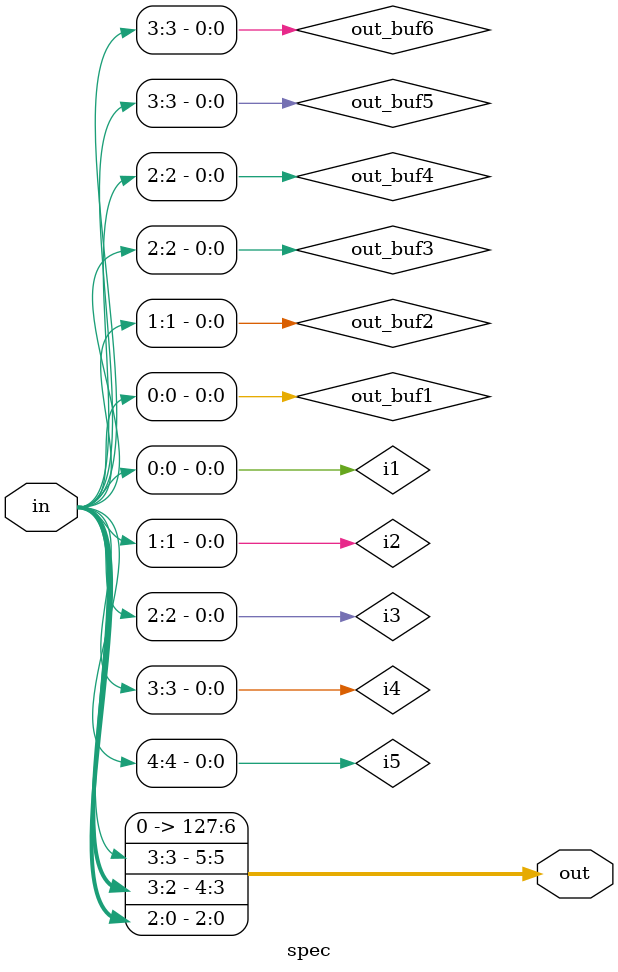
<source format=sv>

module spec (input logic [127:0] in,
	     output wire [127:0] out);

  wire i5, i4, i3, i2, i1;

  assign {i5, i4, i3, i2, i1} = in;

  wire out_buf1, out_buf2, out_buf3, out_buf4, out_buf5, out_buf6;

  buf(out_buf1, i1);
  buf mybuf(out_buf2, i2);
  buf(out_buf3, out_buf4, i3);
  buf mybuf2 (out_buf5, out_buf6, i4);

  assign out = {
	       out_buf6, out_buf5, out_buf4, out_buf3, out_buf2, out_buf1
	       };

endmodule // spec

</source>
